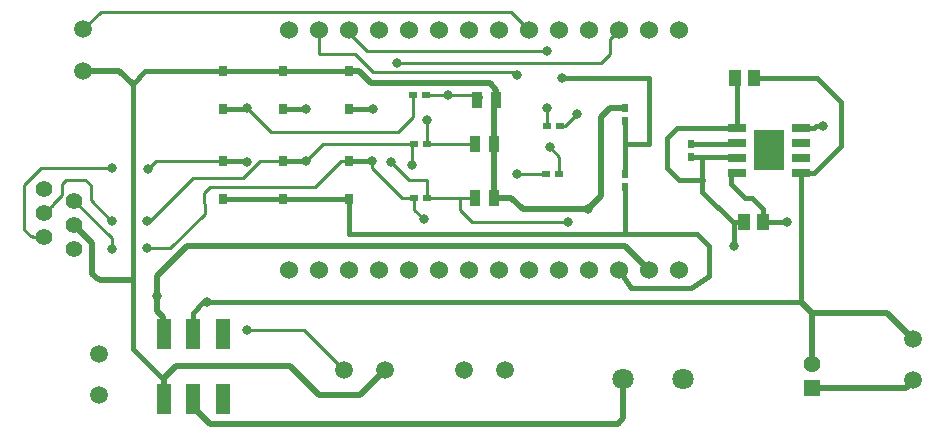
<source format=gtl>
G04 #@! TF.GenerationSoftware,KiCad,Pcbnew,5.1.5+dfsg1-2build2*
G04 #@! TF.CreationDate,2022-04-22T12:54:42+02:00*
G04 #@! TF.ProjectId,Shield,53686965-6c64-42e6-9b69-6361645f7063,1.0*
G04 #@! TF.SameCoordinates,Original*
G04 #@! TF.FileFunction,Copper,L1,Top*
G04 #@! TF.FilePolarity,Positive*
%FSLAX46Y46*%
G04 Gerber Fmt 4.6, Leading zero omitted, Abs format (unit mm)*
G04 Created by KiCad (PCBNEW 5.1.5+dfsg1-2build2) date 2022-04-22 12:54:42*
%MOMM*%
%LPD*%
G04 APERTURE LIST*
%ADD10C,1.500000*%
%ADD11C,1.524000*%
%ADD12C,1.400000*%
%ADD13C,1.800000*%
%ADD14R,1.200000X2.500000*%
%ADD15R,0.600000X0.750000*%
%ADD16R,0.750000X0.600000*%
%ADD17C,1.425000*%
%ADD18R,1.425000X1.425000*%
%ADD19R,2.513000X3.402000*%
%ADD20R,1.525000X0.700000*%
%ADD21R,0.760000X0.820000*%
%ADD22R,0.980000X1.430000*%
%ADD23R,0.940000X1.430000*%
%ADD24C,0.800000*%
%ADD25C,0.500000*%
%ADD26C,0.400000*%
%ADD27C,0.250000*%
G04 APERTURE END LIST*
D10*
X72847200Y-99512000D03*
X72847200Y-96012000D03*
X141782800Y-98242000D03*
X141782800Y-94742000D03*
D11*
X88900000Y-88900000D03*
X91440000Y-88900000D03*
X93980000Y-88900000D03*
X96520000Y-88900000D03*
X99060000Y-88900000D03*
X101600000Y-88900000D03*
X104140000Y-88900000D03*
X106680000Y-88900000D03*
X109220000Y-88900000D03*
X111760000Y-88900000D03*
X114300000Y-88900000D03*
X116840000Y-88900000D03*
X119380000Y-88900000D03*
X121920000Y-88900000D03*
X88900000Y-68580000D03*
X91440000Y-68580000D03*
X93980000Y-68580000D03*
X96520000Y-68580000D03*
X99060000Y-68580000D03*
X101600000Y-68580000D03*
X104140000Y-68580000D03*
X106680000Y-68580000D03*
X109220000Y-68580000D03*
X111760000Y-68580000D03*
X114300000Y-68580000D03*
X116840000Y-68580000D03*
X119380000Y-68580000D03*
X121920000Y-68580000D03*
D12*
X68224400Y-82022000D03*
X70764400Y-83042000D03*
X68224400Y-84062000D03*
X70764400Y-85082000D03*
X68224400Y-86102000D03*
X70764400Y-87122000D03*
D13*
X122275600Y-98094800D03*
X117195600Y-98094800D03*
D10*
X71526400Y-72029200D03*
X71526400Y-68529200D03*
D14*
X78322800Y-94328800D03*
X80822800Y-94328800D03*
X83322800Y-94328800D03*
X83322800Y-99828800D03*
X80822800Y-99828800D03*
X78322800Y-99828800D03*
D15*
X122936000Y-78190000D03*
X122936000Y-79290000D03*
D16*
X111802000Y-80772000D03*
X110702000Y-80772000D03*
D15*
X117348000Y-75142000D03*
X117348000Y-76242000D03*
X117348000Y-80730000D03*
X117348000Y-81830000D03*
D16*
X110744000Y-76708000D03*
X111844000Y-76708000D03*
X100626000Y-82804000D03*
X99526000Y-82804000D03*
X100626000Y-78232000D03*
X99526000Y-78232000D03*
X100575200Y-74066400D03*
X99475200Y-74066400D03*
D10*
X107233600Y-97332800D03*
X103733600Y-97332800D03*
X97073600Y-97332800D03*
X93573600Y-97332800D03*
D17*
X133197600Y-96856800D03*
D18*
X133197600Y-98856800D03*
D19*
X129540000Y-78740000D03*
D20*
X132252000Y-76835000D03*
X132252000Y-78105000D03*
X132252000Y-79375000D03*
X132252000Y-80645000D03*
X126828000Y-80645000D03*
X126828000Y-79375000D03*
X126828000Y-78105000D03*
X126828000Y-76835000D03*
D21*
X93980000Y-79680000D03*
X93980000Y-82880000D03*
X93980000Y-72060000D03*
X93980000Y-75260000D03*
X88392000Y-79680000D03*
X88392000Y-82880000D03*
X88392000Y-72060000D03*
X88392000Y-75260000D03*
X83312000Y-79680000D03*
X83312000Y-82880000D03*
X83312000Y-72060000D03*
X83312000Y-75260000D03*
D22*
X128308000Y-72644000D03*
X126708000Y-72644000D03*
X129032000Y-84836000D03*
X127432000Y-84836000D03*
D23*
X104648000Y-82804000D03*
X106288000Y-82804000D03*
X104676000Y-78232000D03*
X106316000Y-78232000D03*
X104844000Y-74472800D03*
X106484000Y-74472800D03*
D24*
X126608001Y-86868000D03*
X102420000Y-74066400D03*
X100584000Y-76200000D03*
X98044000Y-71374000D03*
X97536000Y-79756000D03*
X113284000Y-75692000D03*
X112522000Y-84836000D03*
X134112000Y-76708000D03*
X131064000Y-84836000D03*
X81971600Y-91612000D03*
X85344000Y-93980000D03*
X85344000Y-75184000D03*
X85344000Y-79756000D03*
X73914000Y-80264000D03*
X77012800Y-80314800D03*
X90348000Y-75260000D03*
X90348000Y-79680000D03*
X99314000Y-80010000D03*
X76911200Y-84785200D03*
X73914000Y-84785200D03*
X96012000Y-75260000D03*
X95936000Y-79680000D03*
X100330000Y-84582000D03*
X76911200Y-87071200D03*
X73931132Y-87082163D03*
X110998000Y-78486000D03*
X108204000Y-72390000D03*
X108204000Y-80772000D03*
X110744000Y-70358000D03*
X110744000Y-75184000D03*
X112014000Y-72644000D03*
X77724000Y-91135200D03*
X114230000Y-83750000D03*
D25*
X127508000Y-84760000D02*
X127432000Y-84836000D01*
D26*
X126235000Y-79290000D02*
X126320000Y-79375000D01*
X122936000Y-79290000D02*
X124418000Y-79290000D01*
X123910000Y-79290000D02*
X126235000Y-79290000D01*
X126492000Y-84836000D02*
X127432000Y-84836000D01*
X123910000Y-82254000D02*
X126492000Y-84836000D01*
X126320000Y-76835000D02*
X121793000Y-76835000D01*
X121793000Y-76835000D02*
X120904000Y-77724000D01*
X120904000Y-77724000D02*
X120904000Y-80264000D01*
X123910000Y-79290000D02*
X123910000Y-82254000D01*
X120904000Y-80264000D02*
X121920000Y-81280000D01*
X121920000Y-81280000D02*
X123952000Y-81280000D01*
X126828000Y-72764000D02*
X126708000Y-72644000D01*
X126828000Y-76835000D02*
X126828000Y-72764000D01*
X126608001Y-84952001D02*
X126492000Y-84836000D01*
X126608001Y-86868000D02*
X126608001Y-84952001D01*
D25*
X81026000Y-99828800D02*
X80822800Y-99828800D01*
X81127600Y-99727200D02*
X81026000Y-99828800D01*
X117246400Y-101447600D02*
X117246400Y-98196400D01*
X116789200Y-101904800D02*
X117246400Y-101447600D01*
X82248800Y-101904800D02*
X116789200Y-101904800D01*
X80822800Y-100478800D02*
X82248800Y-101904800D01*
X80822800Y-99828800D02*
X80822800Y-100478800D01*
X141168000Y-98856800D02*
X141782800Y-98242000D01*
X133197600Y-98856800D02*
X141168000Y-98856800D01*
D26*
X126235000Y-78190000D02*
X126320000Y-78105000D01*
X122936000Y-78190000D02*
X126235000Y-78190000D01*
X105114000Y-74242000D02*
X104844000Y-73972000D01*
D27*
X102420000Y-73972000D02*
X102420000Y-73972000D01*
X102420000Y-74066400D02*
X104844000Y-74066400D01*
X100575200Y-74066400D02*
X101817600Y-74066400D01*
X101817600Y-74066400D02*
X102412800Y-74066400D01*
X100584000Y-78190000D02*
X100626000Y-78232000D01*
X100584000Y-76200000D02*
X100584000Y-78190000D01*
X115316000Y-71374000D02*
X98044000Y-71374000D01*
X116078001Y-70611999D02*
X115316000Y-71374000D01*
X116078001Y-69341999D02*
X116078001Y-70611999D01*
X116840000Y-68580000D02*
X116078001Y-69341999D01*
X100626000Y-78232000D02*
X104676000Y-78232000D01*
D26*
X97536000Y-79756000D02*
X97536000Y-79756000D01*
D27*
X99060000Y-81280000D02*
X97536000Y-79756000D01*
X100584000Y-81280000D02*
X99060000Y-81280000D01*
X100626000Y-82804000D02*
X100584000Y-81280000D01*
X112268000Y-76708000D02*
X113284000Y-75692000D01*
X111844000Y-76708000D02*
X112268000Y-76708000D01*
X112522000Y-84836000D02*
X104394000Y-84836000D01*
X104394000Y-84836000D02*
X103378000Y-83820000D01*
X103378000Y-83820000D02*
X103378000Y-82804000D01*
X100626000Y-82804000D02*
X103378000Y-82804000D01*
X103378000Y-82804000D02*
X104648000Y-82804000D01*
D26*
X126320000Y-80645000D02*
X126320000Y-81616000D01*
X126320000Y-81616000D02*
X127508000Y-82804000D01*
X129032000Y-83721000D02*
X129032000Y-84836000D01*
X128115000Y-82804000D02*
X129032000Y-83721000D01*
X127508000Y-82804000D02*
X128115000Y-82804000D01*
X133414500Y-76835000D02*
X133541500Y-76708000D01*
X132252000Y-76835000D02*
X133414500Y-76835000D01*
X133541500Y-76708000D02*
X134112000Y-76708000D01*
X134112000Y-76708000D02*
X134112000Y-76708000D01*
X129032000Y-84836000D02*
X131064000Y-84836000D01*
X131064000Y-84836000D02*
X131064000Y-84836000D01*
X132252000Y-87548000D02*
X132252000Y-80645000D01*
X133414500Y-80645000D02*
X132252000Y-80645000D01*
X135636000Y-74676000D02*
X135636000Y-78423500D01*
X135636000Y-78423500D02*
X133414500Y-80645000D01*
X133604000Y-72644000D02*
X135636000Y-74676000D01*
X128308000Y-72644000D02*
X133604000Y-72644000D01*
X132252000Y-87548000D02*
X132252000Y-91612000D01*
D25*
X133197600Y-92557600D02*
X133197600Y-96856800D01*
X132252000Y-91612000D02*
X133197600Y-92557600D01*
D26*
X81666800Y-91612000D02*
X81971600Y-91612000D01*
X80772000Y-92506800D02*
X81666800Y-91612000D01*
X80772000Y-93871600D02*
X80772000Y-92506800D01*
X81127600Y-94227200D02*
X80772000Y-93871600D01*
D25*
X139598400Y-92557600D02*
X141782800Y-94742000D01*
X133197600Y-92557600D02*
X139598400Y-92557600D01*
D26*
X81971600Y-91612000D02*
X132252000Y-91612000D01*
X85344000Y-93980000D02*
X85344000Y-93980000D01*
X85268000Y-79680000D02*
X85344000Y-79756000D01*
X83312000Y-79680000D02*
X85268000Y-79680000D01*
X85268000Y-75260000D02*
X85344000Y-75184000D01*
X83312000Y-75260000D02*
X85268000Y-75260000D01*
D27*
X90271600Y-94030800D02*
X93573600Y-97332800D01*
X90220800Y-93980000D02*
X90271600Y-94030800D01*
X85344000Y-93980000D02*
X90220800Y-93980000D01*
X98203000Y-77216000D02*
X99475200Y-75943800D01*
X87376000Y-77216000D02*
X98203000Y-77216000D01*
X99475200Y-75943800D02*
X99475200Y-74066400D01*
X85344000Y-75184000D02*
X87376000Y-77216000D01*
X67919600Y-80264000D02*
X73914000Y-80264000D01*
X66497200Y-81686400D02*
X67919600Y-80264000D01*
X66497200Y-85496400D02*
X66497200Y-81686400D01*
X67056000Y-86055200D02*
X66497200Y-85496400D01*
X67187651Y-86055200D02*
X67056000Y-86055200D01*
X67234451Y-86102000D02*
X67187651Y-86055200D01*
X68224400Y-86102000D02*
X67234451Y-86102000D01*
X77647600Y-79680000D02*
X77012800Y-80314800D01*
X83312000Y-79680000D02*
X77647600Y-79680000D01*
D26*
X83312000Y-82880000D02*
X88392000Y-82880000D01*
X88392000Y-82880000D02*
X93980000Y-82880000D01*
X117856000Y-90424000D02*
X116840000Y-88900000D01*
X122936000Y-90424000D02*
X117856000Y-90424000D01*
X124460000Y-86868000D02*
X124460000Y-89408000D01*
X124460000Y-89408000D02*
X122936000Y-90424000D01*
X123444000Y-85852000D02*
X124460000Y-86868000D01*
X93980000Y-82880000D02*
X93980000Y-85852000D01*
X117348000Y-81830000D02*
X117348000Y-85852000D01*
X117348000Y-85852000D02*
X123444000Y-85852000D01*
X93980000Y-85852000D02*
X117348000Y-85852000D01*
X103733600Y-97332800D02*
X103733600Y-97840800D01*
X88392000Y-75260000D02*
X90348000Y-75260000D01*
X88392000Y-79680000D02*
X90348000Y-79680000D01*
X90348000Y-75260000D02*
X90348000Y-75260000D01*
X90348000Y-79680000D02*
X90348000Y-79680000D01*
D27*
X91796000Y-78232000D02*
X99526000Y-78232000D01*
X90348000Y-79680000D02*
X91796000Y-78232000D01*
X99314000Y-80010000D02*
X99314000Y-78486000D01*
X73812400Y-84632800D02*
X73812400Y-84632800D01*
X72136000Y-81737200D02*
X72136000Y-82956400D01*
X70053200Y-81280000D02*
X71678800Y-81280000D01*
X69697600Y-81635600D02*
X70053200Y-81280000D01*
X71678800Y-81280000D02*
X72136000Y-81737200D01*
X69697600Y-82550000D02*
X69697600Y-81635600D01*
X68924399Y-83323201D02*
X69697600Y-82550000D01*
X68924399Y-83362001D02*
X68924399Y-83323201D01*
X72136000Y-82956400D02*
X73812400Y-84632800D01*
X68224400Y-84062000D02*
X68924399Y-83362001D01*
X80822800Y-81127600D02*
X77165200Y-84785200D01*
X86493002Y-79680000D02*
X85045402Y-81127600D01*
X77165200Y-84785200D02*
X76911200Y-84785200D01*
X85045402Y-81127600D02*
X80822800Y-81127600D01*
X88392000Y-79680000D02*
X86493002Y-79680000D01*
D26*
X93980000Y-79680000D02*
X95936000Y-79680000D01*
X93980000Y-75260000D02*
X96012000Y-75260000D01*
X96012000Y-75260000D02*
X96012000Y-75260000D01*
X95936000Y-79680000D02*
X95936000Y-79680000D01*
D27*
X98494315Y-82804000D02*
X98901000Y-82804000D01*
X98901000Y-82804000D02*
X99526000Y-82804000D01*
X95936000Y-80245685D02*
X98494315Y-82804000D01*
X95936000Y-79680000D02*
X95936000Y-80245685D01*
X99526000Y-83778000D02*
X99526000Y-82804000D01*
X100330000Y-84582000D02*
X99526000Y-83778000D01*
X73710800Y-87172800D02*
X73710800Y-87172800D01*
X70764400Y-83042000D02*
X73931132Y-86208732D01*
X73931132Y-86208732D02*
X73931132Y-87082163D01*
X93350000Y-79680000D02*
X93980000Y-79680000D01*
X91140400Y-81889600D02*
X93350000Y-79680000D01*
X81737200Y-82397600D02*
X82245200Y-81889600D01*
X81788000Y-84124800D02*
X81737200Y-82397600D01*
X82245200Y-81889600D02*
X91140400Y-81889600D01*
X78841600Y-87071200D02*
X81788000Y-84124800D01*
X76911200Y-87071200D02*
X78841600Y-87071200D01*
X109220000Y-68580000D02*
X107696000Y-67056000D01*
X107696000Y-67056000D02*
X80264000Y-67056000D01*
X80264000Y-67056000D02*
X80264000Y-67056000D01*
X111802000Y-79290000D02*
X111802000Y-80772000D01*
X110998000Y-78486000D02*
X111802000Y-79290000D01*
X72999600Y-67056000D02*
X80264000Y-67056000D01*
X71526400Y-68529200D02*
X72999600Y-67056000D01*
X108204000Y-72390000D02*
X108204000Y-72390000D01*
X108204000Y-80772000D02*
X110702000Y-80772000D01*
X96012000Y-72136000D02*
X107950000Y-72136000D01*
X94488000Y-70612000D02*
X96012000Y-72136000D01*
X91440000Y-70612000D02*
X94488000Y-70612000D01*
X107950000Y-72136000D02*
X108204000Y-72390000D01*
X91440000Y-68580000D02*
X91440000Y-70612000D01*
X93980000Y-68580000D02*
X93980000Y-68834000D01*
X93980000Y-68834000D02*
X95250000Y-70104000D01*
X95250000Y-70104000D02*
X95504000Y-70358000D01*
X95504000Y-70358000D02*
X110744000Y-70358000D01*
X110744000Y-70358000D02*
X110744000Y-70358000D01*
X110744000Y-76708000D02*
X110744000Y-75184000D01*
X110744000Y-75184000D02*
X110744000Y-75184000D01*
D26*
X117348000Y-80730000D02*
X117348000Y-76242000D01*
X119380000Y-78232000D02*
X117348000Y-78232000D01*
X119380000Y-72644000D02*
X119380000Y-78232000D01*
X112014000Y-72644000D02*
X112014000Y-72644000D01*
X112014000Y-72644000D02*
X119380000Y-72644000D01*
D25*
X117348000Y-86868000D02*
X119380000Y-88900000D01*
X80264000Y-86868000D02*
X117348000Y-86868000D01*
X77724000Y-89408000D02*
X80264000Y-86868000D01*
D26*
X77764000Y-92120000D02*
X77724000Y-92080000D01*
D25*
X77764000Y-92394400D02*
X77764000Y-92120000D01*
X78282800Y-92913200D02*
X77764000Y-92394400D01*
X78282800Y-93882400D02*
X78282800Y-92913200D01*
X78627600Y-94227200D02*
X78282800Y-93882400D01*
X77724000Y-91033600D02*
X77724000Y-89408000D01*
X77724000Y-92080000D02*
X77724000Y-91033600D01*
D26*
X93980000Y-72060000D02*
X88392000Y-72060000D01*
X88392000Y-72060000D02*
X83312000Y-72060000D01*
X83312000Y-72060000D02*
X76784000Y-72060000D01*
X76784000Y-72060000D02*
X75692000Y-73152000D01*
D25*
X114230000Y-83750000D02*
X114230000Y-83750000D01*
X116120000Y-75142000D02*
X117348000Y-75142000D01*
X115316000Y-75946000D02*
X116120000Y-75142000D01*
X115316000Y-82664000D02*
X115316000Y-75946000D01*
X114230000Y-83750000D02*
X115316000Y-82664000D01*
X108712000Y-83750000D02*
X114230000Y-83750000D01*
X107766000Y-82804000D02*
X108712000Y-83750000D01*
X106288000Y-82804000D02*
X107766000Y-82804000D01*
X106316000Y-82776000D02*
X106288000Y-82804000D01*
X106316000Y-74140000D02*
X106316000Y-82776000D01*
X106484000Y-73972000D02*
X106316000Y-74140000D01*
X85344000Y-97028000D02*
X85242400Y-97028000D01*
X94940000Y-99466400D02*
X97073600Y-97332800D01*
X91440000Y-99466400D02*
X94940000Y-99466400D01*
X89763600Y-97790000D02*
X91440000Y-99466400D01*
X89001600Y-97028000D02*
X89763600Y-97790000D01*
X85242400Y-97028000D02*
X89001600Y-97028000D01*
X106484000Y-73972000D02*
X106484000Y-73616998D01*
X105917402Y-73050400D02*
X106484000Y-73616998D01*
X95850400Y-73050400D02*
X105917402Y-73050400D01*
X94860000Y-72060000D02*
X95850400Y-73050400D01*
X93980000Y-72060000D02*
X94860000Y-72060000D01*
X74569200Y-72029200D02*
X75692000Y-73152000D01*
X71526400Y-72029200D02*
X74569200Y-72029200D01*
X72898000Y-89763600D02*
X75641200Y-89763600D01*
X72288400Y-89204800D02*
X72745600Y-89662000D01*
X72288400Y-86606000D02*
X72288400Y-89204800D01*
X70764400Y-85082000D02*
X72288400Y-86606000D01*
X79400400Y-97028000D02*
X85242400Y-97028000D01*
X78286200Y-98142200D02*
X79400400Y-97028000D01*
X78322800Y-98105600D02*
X78333600Y-98094800D01*
X78322800Y-99828800D02*
X78322800Y-98105600D01*
D26*
X75692000Y-95548000D02*
X78286200Y-98142200D01*
X75692000Y-73152000D02*
X75692000Y-95548000D01*
M02*

</source>
